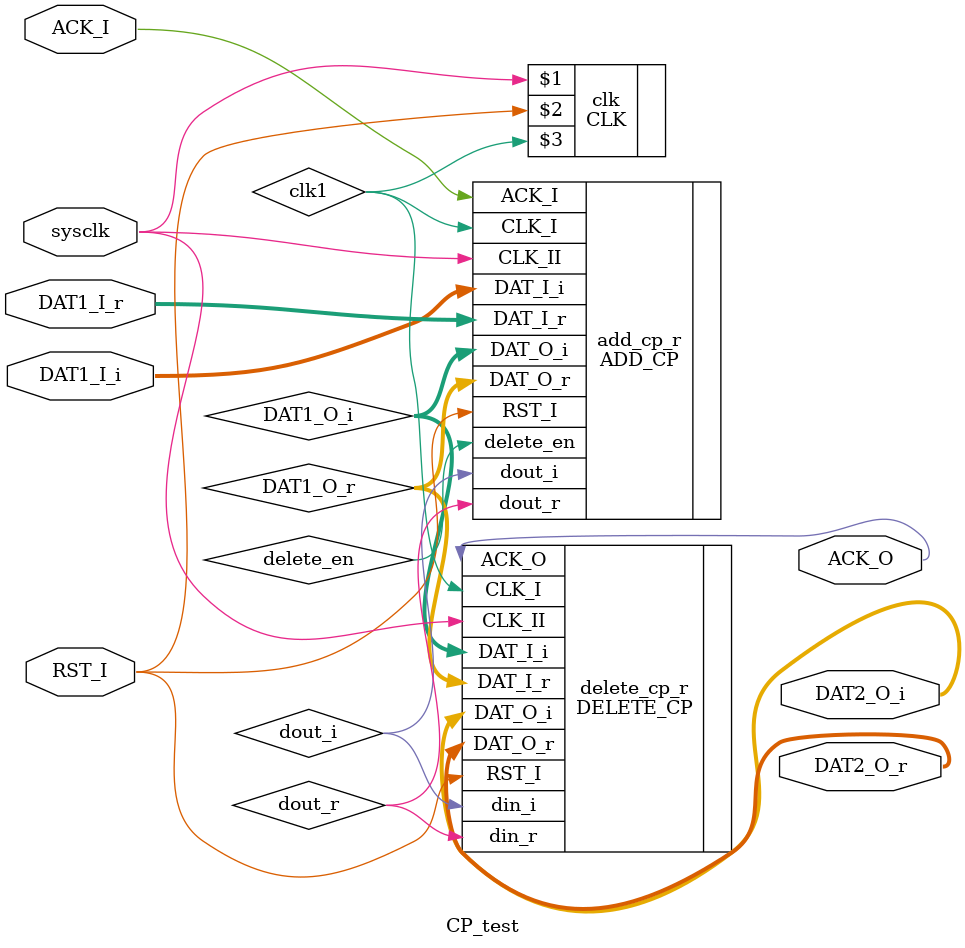
<source format=v>
module CP_test(
    input sysclk,RST_I,
    input [15:0] 	DAT1_I_r,
    input [15:0] 	DAT1_I_i,
    input	ACK_I,
    output [15:0]    DAT2_O_r,
    output [15:0]    DAT2_O_i,
    output ACK_O	);


wire [15:0]	DAT1_O_r;
wire [15:0]DAT1_O_i;
wire clk1;
reg ACK1_O;
wire dout_i,dout_r;
wire delete_en;
//reg ACK_en=0;
//always @(*)
//begin
//    if(ACK_I)
//        ACK_en<=1;
//end
CLK clk(sysclk,RST_I,clk1);
ADD_CP  add_cp_r(	.CLK_I(clk1),.CLK_II(sysclk), .RST_I(RST_I),.DAT_I_r(DAT1_I_r),.DAT_I_i(DAT1_I_i),
.ACK_I(ACK_I),.DAT_O_r(DAT1_O_r),.DAT_O_i(DAT1_O_i),.dout_r(dout_r),.dout_i(dout_i),.delete_en(delete_en));

DELETE_CP delete_cp_r(.CLK_I(clk1),.CLK_II(sysclk) ,.RST_I(RST_I),.DAT_I_r(DAT1_O_r),.DAT_I_i(DAT1_O_i),
.din_r(dout_r),.din_i(dout_i),.DAT_O_r(DAT2_O_r),.DAT_O_i(DAT2_O_i),.ACK_O(ACK_O));

endmodule
</source>
